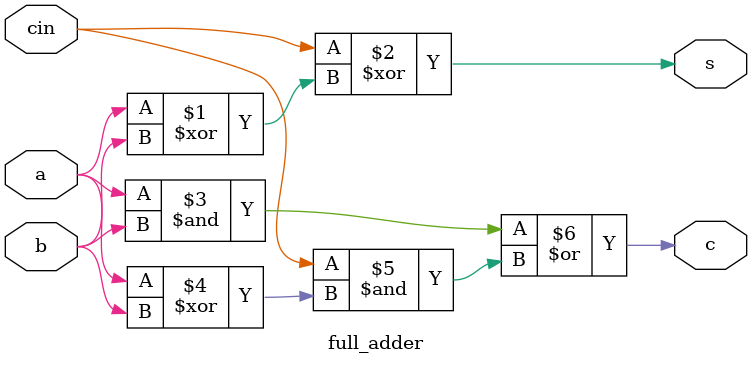
<source format=v>
module multiplier_4(output [7:0]p, input [3:0]a, b);
	wire [3:0]c, s0, s1, s2;
	assign p[0] = b[0] & a[0];
	adder_4 gate1(s0, c[0], {(b[1]&a[3]), (b[1]&a[2]), (b[1]&a[1]), (b[1]&a[0])}, {2'b0, (b[0]&a[3]), (b[0]&a[2]), (b[0]&a[1])});
	assign p[1] = s0[0];
	adder_4 gate2(s1, c[1], {(b[2]&a[3]), (b[2]&a[2]), (b[2]&a[1]), (b[2]&a[0])}, {c[0], s0[3], s0[2], s0[1]});
	assign p[2] = s1[0];
	adder_4 gate3(s2, c[2], {(b[3]&a[3]), (b[3]&a[2]), (b[3]&a[1]), (b[3]&a[0])}, {c[1], s1[3], s1[2], s1[1]});
	assign p[3] = s2[0];
	assign p[4] = s2[1];
	assign p[5] = s2[2];
	assign p[6] = s2[3];
	assign p[7] = c[2];
endmodule 
module adder_4(output [3:0]s, output co, input [3:0]a, b);
	wire [3:0]c;
	full_adder g1(s[0],c[0],a[0],b[0],2'b0);
	full_adder g2(s[1],c[1],a[1],b[1],c[0]);
	full_adder g3(s[2],c[2],a[2],b[2],c[1]);
	full_adder g4(s[3],co,a[3],b[3],c[2]);
endmodule

module full_adder(output s, c, input a,b,cin);
	assign s = cin ^ (a ^ b);
	assign c = ((a&b) | (cin & (a^b)));
endmodule 
</source>
